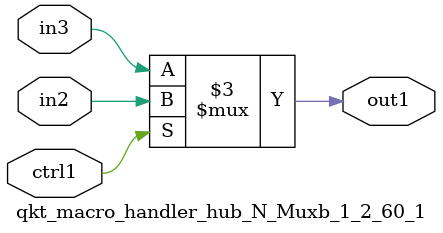
<source format=v>

`timescale 1ps / 1ps


module qkt_macro_handler_hub_N_Muxb_1_2_60_1( in3, in2, ctrl1, out1 );

    input in3;
    input in2;
    input ctrl1;
    output out1;
    reg out1;

    
    // rtl_process:qkt_macro_handler_hub_N_Muxb_1_2_60_1/qkt_macro_handler_hub_N_Muxb_1_2_60_1_thread_1
    always @*
      begin : qkt_macro_handler_hub_N_Muxb_1_2_60_1_thread_1
        case (ctrl1) 
          1'b1: 
            begin
              out1 = in2;
            end
          default: 
            begin
              out1 = in3;
            end
        endcase
      end

endmodule



</source>
